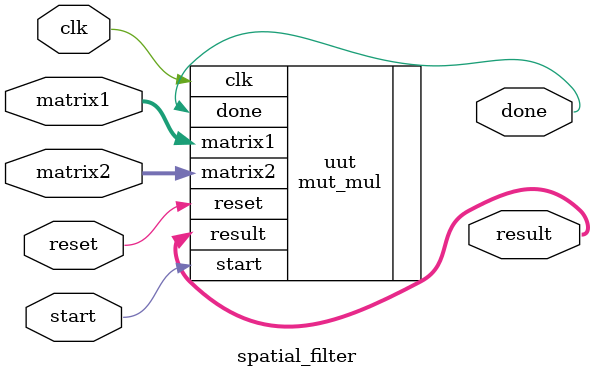
<source format=v>
module spatial_filter #(
    parameter DATA_WIDTH = 16,
    parameter COL = 64,
    parameter ROW = 8
)(
    input clk,
    input reset,
    input start,
    input [COL*DATA_WIDTH-1:0] matrix1,
    input [COL*ROW*DATA_WIDTH-1:0] matrix2,
    output wire [ROW*DATA_WIDTH-1:0] result,
    output wire done
);


 mut_mul #(
        .DATA_WIDTH(DATA_WIDTH),
        .COL(COL),
        .ROW(ROW))
    uut (
        .clk(clk),
        .reset(reset),
        .start(start),
        .matrix1(matrix1),
        .matrix2(matrix2),
        .result(result),
        .done(done)
    );
endmodule
</source>
